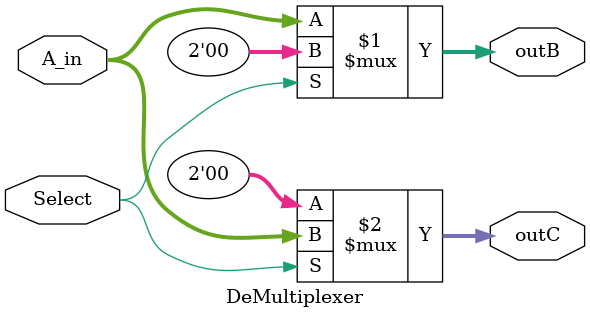
<source format=v>
/*DeCoder
---------------------------------------------------------

*/
module DeMultiplexer (
    input wire [1:0] A_in,	       // input line
	input wire Select,	            // switch signal

    output wire [1:0] outB,		// output line	
	output wire [1:0] outC		// output line
);

assign outB = (Select)? 2'b00 : A_in;   // B = A, if "S" equal to logic 1, otherwise B = 0
assign outC = (Select)? A_in : 2'b00;   // C = A, if "S" equal to logic 1, otherwise B = 0

endmodule

</source>
